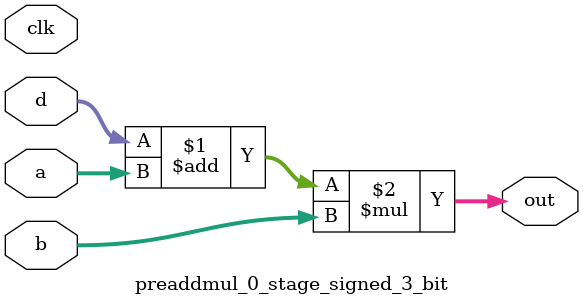
<source format=sv>
(* use_dsp = "yes" *) module preaddmul_0_stage_signed_3_bit(
	input signed [2:0] a,
	input signed [2:0] b,
	input signed [2:0] d,
	output [2:0] out,
	input clk);

	assign out = (d + a) * b;
endmodule

</source>
